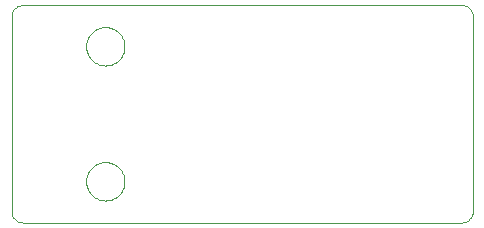
<source format=gko>
G75*
%MOIN*%
%OFA0B0*%
%FSLAX24Y24*%
%IPPOS*%
%LPD*%
%AMOC8*
5,1,8,0,0,1.08239X$1,22.5*
%
%ADD10C,0.0000*%
D10*
X000555Y000180D02*
X015180Y000180D01*
X015217Y000182D01*
X015253Y000187D01*
X015289Y000196D01*
X015324Y000209D01*
X015357Y000224D01*
X015388Y000243D01*
X015418Y000265D01*
X015445Y000290D01*
X015470Y000317D01*
X015492Y000347D01*
X015511Y000378D01*
X015526Y000411D01*
X015539Y000446D01*
X015548Y000482D01*
X015553Y000518D01*
X015555Y000555D01*
X015555Y007055D01*
X015553Y007092D01*
X015548Y007128D01*
X015539Y007164D01*
X015526Y007199D01*
X015511Y007232D01*
X015492Y007263D01*
X015470Y007293D01*
X015445Y007320D01*
X015418Y007345D01*
X015388Y007367D01*
X015357Y007386D01*
X015324Y007401D01*
X015289Y007414D01*
X015253Y007423D01*
X015217Y007428D01*
X015180Y007430D01*
X000555Y007430D01*
X000518Y007428D01*
X000482Y007423D01*
X000446Y007414D01*
X000411Y007401D01*
X000378Y007386D01*
X000347Y007367D01*
X000317Y007345D01*
X000290Y007320D01*
X000265Y007293D01*
X000243Y007263D01*
X000224Y007232D01*
X000209Y007199D01*
X000196Y007164D01*
X000187Y007128D01*
X000182Y007092D01*
X000180Y007055D01*
X000180Y000555D01*
X000182Y000518D01*
X000187Y000482D01*
X000196Y000446D01*
X000209Y000411D01*
X000224Y000378D01*
X000243Y000347D01*
X000265Y000317D01*
X000290Y000290D01*
X000317Y000265D01*
X000347Y000243D01*
X000378Y000224D01*
X000411Y000209D01*
X000446Y000196D01*
X000482Y000187D01*
X000518Y000182D01*
X000555Y000180D01*
X002665Y001555D02*
X002667Y001605D01*
X002673Y001655D01*
X002683Y001704D01*
X002696Y001753D01*
X002714Y001800D01*
X002735Y001846D01*
X002759Y001889D01*
X002787Y001931D01*
X002818Y001971D01*
X002852Y002008D01*
X002889Y002042D01*
X002929Y002073D01*
X002971Y002101D01*
X003014Y002125D01*
X003060Y002146D01*
X003107Y002164D01*
X003156Y002177D01*
X003205Y002187D01*
X003255Y002193D01*
X003305Y002195D01*
X003355Y002193D01*
X003405Y002187D01*
X003454Y002177D01*
X003503Y002164D01*
X003550Y002146D01*
X003596Y002125D01*
X003639Y002101D01*
X003681Y002073D01*
X003721Y002042D01*
X003758Y002008D01*
X003792Y001971D01*
X003823Y001931D01*
X003851Y001889D01*
X003875Y001846D01*
X003896Y001800D01*
X003914Y001753D01*
X003927Y001704D01*
X003937Y001655D01*
X003943Y001605D01*
X003945Y001555D01*
X003943Y001505D01*
X003937Y001455D01*
X003927Y001406D01*
X003914Y001357D01*
X003896Y001310D01*
X003875Y001264D01*
X003851Y001221D01*
X003823Y001179D01*
X003792Y001139D01*
X003758Y001102D01*
X003721Y001068D01*
X003681Y001037D01*
X003639Y001009D01*
X003596Y000985D01*
X003550Y000964D01*
X003503Y000946D01*
X003454Y000933D01*
X003405Y000923D01*
X003355Y000917D01*
X003305Y000915D01*
X003255Y000917D01*
X003205Y000923D01*
X003156Y000933D01*
X003107Y000946D01*
X003060Y000964D01*
X003014Y000985D01*
X002971Y001009D01*
X002929Y001037D01*
X002889Y001068D01*
X002852Y001102D01*
X002818Y001139D01*
X002787Y001179D01*
X002759Y001221D01*
X002735Y001264D01*
X002714Y001310D01*
X002696Y001357D01*
X002683Y001406D01*
X002673Y001455D01*
X002667Y001505D01*
X002665Y001555D01*
X002665Y006055D02*
X002667Y006105D01*
X002673Y006155D01*
X002683Y006204D01*
X002696Y006253D01*
X002714Y006300D01*
X002735Y006346D01*
X002759Y006389D01*
X002787Y006431D01*
X002818Y006471D01*
X002852Y006508D01*
X002889Y006542D01*
X002929Y006573D01*
X002971Y006601D01*
X003014Y006625D01*
X003060Y006646D01*
X003107Y006664D01*
X003156Y006677D01*
X003205Y006687D01*
X003255Y006693D01*
X003305Y006695D01*
X003355Y006693D01*
X003405Y006687D01*
X003454Y006677D01*
X003503Y006664D01*
X003550Y006646D01*
X003596Y006625D01*
X003639Y006601D01*
X003681Y006573D01*
X003721Y006542D01*
X003758Y006508D01*
X003792Y006471D01*
X003823Y006431D01*
X003851Y006389D01*
X003875Y006346D01*
X003896Y006300D01*
X003914Y006253D01*
X003927Y006204D01*
X003937Y006155D01*
X003943Y006105D01*
X003945Y006055D01*
X003943Y006005D01*
X003937Y005955D01*
X003927Y005906D01*
X003914Y005857D01*
X003896Y005810D01*
X003875Y005764D01*
X003851Y005721D01*
X003823Y005679D01*
X003792Y005639D01*
X003758Y005602D01*
X003721Y005568D01*
X003681Y005537D01*
X003639Y005509D01*
X003596Y005485D01*
X003550Y005464D01*
X003503Y005446D01*
X003454Y005433D01*
X003405Y005423D01*
X003355Y005417D01*
X003305Y005415D01*
X003255Y005417D01*
X003205Y005423D01*
X003156Y005433D01*
X003107Y005446D01*
X003060Y005464D01*
X003014Y005485D01*
X002971Y005509D01*
X002929Y005537D01*
X002889Y005568D01*
X002852Y005602D01*
X002818Y005639D01*
X002787Y005679D01*
X002759Y005721D01*
X002735Y005764D01*
X002714Y005810D01*
X002696Y005857D01*
X002683Y005906D01*
X002673Y005955D01*
X002667Y006005D01*
X002665Y006055D01*
M02*

</source>
